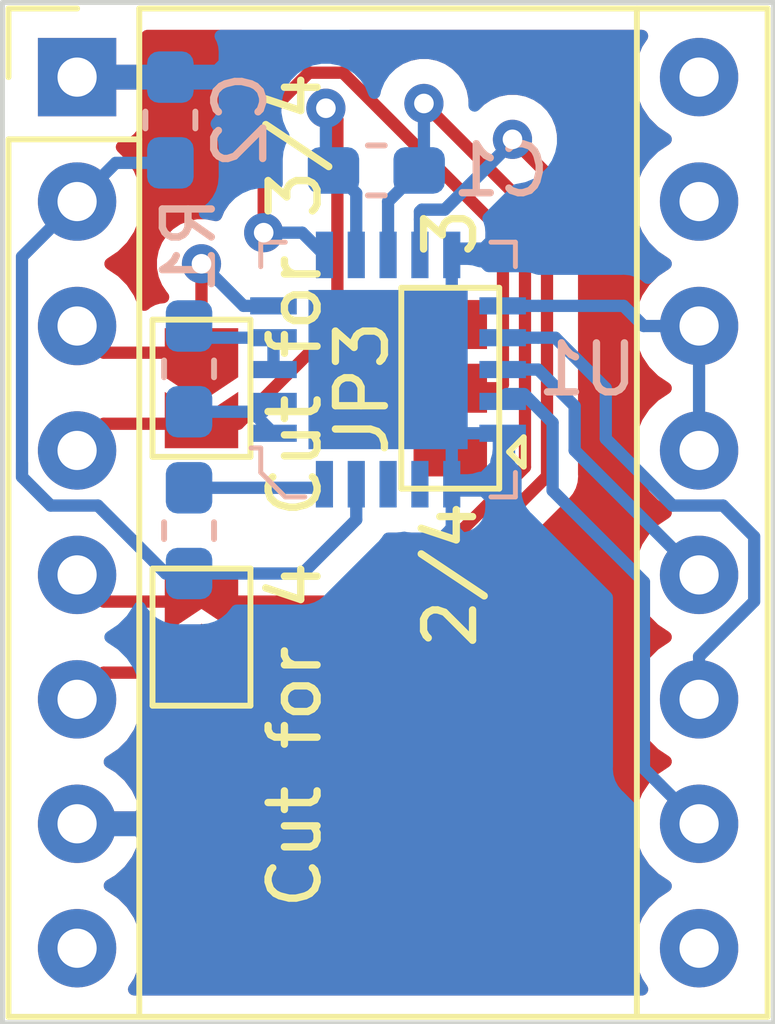
<source format=kicad_pcb>
(kicad_pcb (version 20171130) (host pcbnew "(5.1.5)-3")

  (general
    (thickness 1.6)
    (drawings 6)
    (tracks 110)
    (zones 0)
    (modules 9)
    (nets 21)
  )

  (page A4)
  (layers
    (0 F.Cu signal)
    (31 B.Cu signal)
    (32 B.Adhes user)
    (33 F.Adhes user)
    (34 B.Paste user)
    (35 F.Paste user)
    (36 B.SilkS user)
    (37 F.SilkS user)
    (38 B.Mask user)
    (39 F.Mask user)
    (40 Dwgs.User user)
    (41 Cmts.User user)
    (42 Eco1.User user)
    (43 Eco2.User user)
    (44 Edge.Cuts user)
    (45 Margin user)
    (46 B.CrtYd user)
    (47 F.CrtYd user)
    (48 B.Fab user hide)
    (49 F.Fab user hide)
  )

  (setup
    (last_trace_width 0.25)
    (trace_clearance 0.2)
    (zone_clearance 0.508)
    (zone_45_only no)
    (trace_min 0.2)
    (via_size 0.8)
    (via_drill 0.4)
    (via_min_size 0.4)
    (via_min_drill 0.3)
    (uvia_size 0.3)
    (uvia_drill 0.1)
    (uvias_allowed no)
    (uvia_min_size 0.2)
    (uvia_min_drill 0.1)
    (edge_width 0.05)
    (segment_width 0.2)
    (pcb_text_width 0.3)
    (pcb_text_size 1.5 1.5)
    (mod_edge_width 0.12)
    (mod_text_size 1 1)
    (mod_text_width 0.15)
    (pad_size 1.524 1.524)
    (pad_drill 0.762)
    (pad_to_mask_clearance 0.051)
    (solder_mask_min_width 0.25)
    (aux_axis_origin 0 0)
    (visible_elements 7FFFFFFF)
    (pcbplotparams
      (layerselection 0x010fc_ffffffff)
      (usegerberextensions false)
      (usegerberattributes false)
      (usegerberadvancedattributes false)
      (creategerberjobfile false)
      (excludeedgelayer true)
      (linewidth 0.100000)
      (plotframeref false)
      (viasonmask false)
      (mode 1)
      (useauxorigin false)
      (hpglpennumber 1)
      (hpglpenspeed 20)
      (hpglpendiameter 15.000000)
      (psnegative false)
      (psa4output false)
      (plotreference true)
      (plotvalue true)
      (plotinvisibletext false)
      (padsonsilk false)
      (subtractmaskfromsilk false)
      (outputformat 1)
      (mirror false)
      (drillshape 1)
      (scaleselection 1)
      (outputdirectory ""))
  )

  (net 0 "")
  (net 1 "Net-(A1-Pad16)")
  (net 2 "Net-(A1-Pad8)")
  (net 3 "Net-(A1-Pad15)")
  (net 4 "Net-(A1-Pad9)")
  (net 5 GND)
  (net 6 /MISO)
  (net 7 /CS)
  (net 8 /SCK)
  (net 9 /MOSI)
  (net 10 +3V3)
  (net 11 "Net-(U1-Pad18)")
  (net 12 "Net-(U1-Pad17)")
  (net 13 /BIAS)
  (net 14 "Net-(R1-Pad1)")
  (net 15 /FORCE+)
  (net 16 /FORCE-)
  (net 17 /RTDIN-)
  (net 18 /RTDIN+)
  (net 19 /FORCE2)
  (net 20 "Net-(FB1-Pad2)")

  (net_class Default "This is the default net class."
    (clearance 0.2)
    (trace_width 0.25)
    (via_dia 0.8)
    (via_drill 0.4)
    (uvia_dia 0.3)
    (uvia_drill 0.1)
    (add_net +3V3)
    (add_net /BIAS)
    (add_net /CS)
    (add_net /FORCE+)
    (add_net /FORCE-)
    (add_net /FORCE2)
    (add_net /MISO)
    (add_net /MOSI)
    (add_net /RTDIN+)
    (add_net /RTDIN-)
    (add_net /SCK)
    (add_net GND)
    (add_net "Net-(A1-Pad15)")
    (add_net "Net-(A1-Pad16)")
    (add_net "Net-(A1-Pad8)")
    (add_net "Net-(A1-Pad9)")
    (add_net "Net-(FB1-Pad2)")
    (add_net "Net-(R1-Pad1)")
    (add_net "Net-(U1-Pad17)")
    (add_net "Net-(U1-Pad18)")
  )

  (module Inductor_SMD:L_0603_1608Metric_Pad1.05x0.95mm_HandSolder (layer B.Cu) (tedit 5B301BBE) (tstamp 5EBB01D2)
    (at 144.526 80.377 90)
    (descr "Capacitor SMD 0603 (1608 Metric), square (rectangular) end terminal, IPC_7351 nominal with elongated pad for handsoldering. (Body size source: http://www.tortai-tech.com/upload/download/2011102023233369053.pdf), generated with kicad-footprint-generator")
    (tags "inductor handsolder")
    (path /5EC32E91)
    (attr smd)
    (fp_text reference FB1 (at 0 1.43 90) (layer B.Fab)
      (effects (font (size 1 1) (thickness 0.15)) (justify mirror))
    )
    (fp_text value Ferrite_Bead_Small (at 0 -1.43 90) (layer B.Fab)
      (effects (font (size 1 1) (thickness 0.15)) (justify mirror))
    )
    (fp_text user %R (at 0 0 90) (layer B.Fab)
      (effects (font (size 0.4 0.4) (thickness 0.06)) (justify mirror))
    )
    (fp_line (start 1.65 -0.73) (end -1.65 -0.73) (layer B.CrtYd) (width 0.05))
    (fp_line (start 1.65 0.73) (end 1.65 -0.73) (layer B.CrtYd) (width 0.05))
    (fp_line (start -1.65 0.73) (end 1.65 0.73) (layer B.CrtYd) (width 0.05))
    (fp_line (start -1.65 -0.73) (end -1.65 0.73) (layer B.CrtYd) (width 0.05))
    (fp_line (start -0.171267 -0.51) (end 0.171267 -0.51) (layer B.SilkS) (width 0.12))
    (fp_line (start -0.171267 0.51) (end 0.171267 0.51) (layer B.SilkS) (width 0.12))
    (fp_line (start 0.8 -0.4) (end -0.8 -0.4) (layer B.Fab) (width 0.1))
    (fp_line (start 0.8 0.4) (end 0.8 -0.4) (layer B.Fab) (width 0.1))
    (fp_line (start -0.8 0.4) (end 0.8 0.4) (layer B.Fab) (width 0.1))
    (fp_line (start -0.8 -0.4) (end -0.8 0.4) (layer B.Fab) (width 0.1))
    (pad 2 smd roundrect (at 0.875 0 90) (size 1.05 0.95) (layers B.Cu B.Paste B.Mask) (roundrect_rratio 0.25)
      (net 20 "Net-(FB1-Pad2)"))
    (pad 1 smd roundrect (at -0.875 0 90) (size 1.05 0.95) (layers B.Cu B.Paste B.Mask) (roundrect_rratio 0.25)
      (net 10 +3V3))
    (model ${KISYS3DMOD}/Inductor_SMD.3dshapes/L_0603_1608Metric.wrl
      (at (xyz 0 0 0))
      (scale (xyz 1 1 1))
      (rotate (xyz 0 0 0))
    )
  )

  (module Capacitor_SMD:C_0603_1608Metric_Pad1.05x0.95mm_HandSolder (layer B.Cu) (tedit 5B301BBE) (tstamp 5EBB01C1)
    (at 144.145 71.995 90)
    (descr "Capacitor SMD 0603 (1608 Metric), square (rectangular) end terminal, IPC_7351 nominal with elongated pad for handsoldering. (Body size source: http://www.tortai-tech.com/upload/download/2011102023233369053.pdf), generated with kicad-footprint-generator")
    (tags "capacitor handsolder")
    (path /5EC2A459)
    (attr smd)
    (fp_text reference C2 (at 0 1.43 270) (layer B.SilkS)
      (effects (font (size 1 1) (thickness 0.15)) (justify mirror))
    )
    (fp_text value 0.1uF (at 0 -1.43 270) (layer B.Fab)
      (effects (font (size 1 1) (thickness 0.15)) (justify mirror))
    )
    (fp_text user %R (at 0 0 270) (layer B.Fab)
      (effects (font (size 0.4 0.4) (thickness 0.06)) (justify mirror))
    )
    (fp_line (start 1.65 -0.73) (end -1.65 -0.73) (layer B.CrtYd) (width 0.05))
    (fp_line (start 1.65 0.73) (end 1.65 -0.73) (layer B.CrtYd) (width 0.05))
    (fp_line (start -1.65 0.73) (end 1.65 0.73) (layer B.CrtYd) (width 0.05))
    (fp_line (start -1.65 -0.73) (end -1.65 0.73) (layer B.CrtYd) (width 0.05))
    (fp_line (start -0.171267 -0.51) (end 0.171267 -0.51) (layer B.SilkS) (width 0.12))
    (fp_line (start -0.171267 0.51) (end 0.171267 0.51) (layer B.SilkS) (width 0.12))
    (fp_line (start 0.8 -0.4) (end -0.8 -0.4) (layer B.Fab) (width 0.1))
    (fp_line (start 0.8 0.4) (end 0.8 -0.4) (layer B.Fab) (width 0.1))
    (fp_line (start -0.8 0.4) (end 0.8 0.4) (layer B.Fab) (width 0.1))
    (fp_line (start -0.8 -0.4) (end -0.8 0.4) (layer B.Fab) (width 0.1))
    (pad 2 smd roundrect (at 0.875 0 90) (size 1.05 0.95) (layers B.Cu B.Paste B.Mask) (roundrect_rratio 0.25)
      (net 5 GND))
    (pad 1 smd roundrect (at -0.875 0 90) (size 1.05 0.95) (layers B.Cu B.Paste B.Mask) (roundrect_rratio 0.25)
      (net 10 +3V3))
    (model ${KISYS3DMOD}/Capacitor_SMD.3dshapes/C_0603_1608Metric.wrl
      (at (xyz 0 0 0))
      (scale (xyz 1 1 1))
      (rotate (xyz 0 0 0))
    )
  )

  (module Jumper:SolderJumper-3_P1.3mm_Bridged12_Pad1.0x1.5mm (layer F.Cu) (tedit 5C756B4C) (tstamp 5EBAF52D)
    (at 149.86 77.47 90)
    (descr "SMD Solder 3-pad Jumper, 1x1.5mm Pads, 0.3mm gap, pads 1-2 bridged with 1 copper strip")
    (tags "solder jumper open")
    (path /5EBB1790)
    (attr virtual)
    (fp_text reference JP3 (at 0 -1.8 90) (layer F.SilkS)
      (effects (font (size 1 1) (thickness 0.15)))
    )
    (fp_text value SolderJumper_3_Bridged12 (at 0 2 90) (layer F.Fab) hide
      (effects (font (size 1 1) (thickness 0.15)))
    )
    (fp_poly (pts (xy -0.9 -0.3) (xy -0.4 -0.3) (xy -0.4 0.3) (xy -0.9 0.3)) (layer F.Cu) (width 0))
    (fp_line (start 2.3 1.25) (end -2.3 1.25) (layer F.CrtYd) (width 0.05))
    (fp_line (start 2.3 1.25) (end 2.3 -1.25) (layer F.CrtYd) (width 0.05))
    (fp_line (start -2.3 -1.25) (end -2.3 1.25) (layer F.CrtYd) (width 0.05))
    (fp_line (start -2.3 -1.25) (end 2.3 -1.25) (layer F.CrtYd) (width 0.05))
    (fp_line (start -2.05 -1) (end 2.05 -1) (layer F.SilkS) (width 0.12))
    (fp_line (start 2.05 -1) (end 2.05 1) (layer F.SilkS) (width 0.12))
    (fp_line (start 2.05 1) (end -2.05 1) (layer F.SilkS) (width 0.12))
    (fp_line (start -2.05 1) (end -2.05 -1) (layer F.SilkS) (width 0.12))
    (fp_line (start -1.3 1.2) (end -1.6 1.5) (layer F.SilkS) (width 0.12))
    (fp_line (start -1.6 1.5) (end -1 1.5) (layer F.SilkS) (width 0.12))
    (fp_line (start -1.3 1.2) (end -1 1.5) (layer F.SilkS) (width 0.12))
    (pad 2 smd rect (at 0 0 90) (size 1 1.5) (layers F.Cu F.Mask)
      (net 19 /FORCE2))
    (pad 3 smd rect (at 1.3 0 90) (size 1 1.5) (layers F.Cu F.Mask)
      (net 18 /RTDIN+))
    (pad 1 smd rect (at -1.3 0 90) (size 1 1.5) (layers F.Cu F.Mask)
      (net 5 GND))
  )

  (module Jumper:SolderJumper-2_P1.3mm_Open_TrianglePad1.0x1.5mm (layer F.Cu) (tedit 5A64794F) (tstamp 5EBAE2EF)
    (at 144.78 77.47 270)
    (descr "SMD Solder Jumper, 1x1.5mm Triangular Pads, 0.3mm gap, open")
    (tags "solder jumper open")
    (path /5EBB06B7)
    (attr virtual)
    (fp_text reference JP2 (at 0 -1.8 90) (layer F.Fab) hide
      (effects (font (size 1 1) (thickness 0.15)))
    )
    (fp_text value "Cut for 3/4" (at -1.905 -1.905 90) (layer F.SilkS)
      (effects (font (size 1 1) (thickness 0.15)))
    )
    (fp_line (start 1.65 1.25) (end -1.65 1.25) (layer F.CrtYd) (width 0.05))
    (fp_line (start 1.65 1.25) (end 1.65 -1.25) (layer F.CrtYd) (width 0.05))
    (fp_line (start -1.65 -1.25) (end -1.65 1.25) (layer F.CrtYd) (width 0.05))
    (fp_line (start -1.65 -1.25) (end 1.65 -1.25) (layer F.CrtYd) (width 0.05))
    (fp_line (start -1.4 -1) (end 1.4 -1) (layer F.SilkS) (width 0.12))
    (fp_line (start 1.4 -1) (end 1.4 1) (layer F.SilkS) (width 0.12))
    (fp_line (start 1.4 1) (end -1.4 1) (layer F.SilkS) (width 0.12))
    (fp_line (start -1.4 1) (end -1.4 -1) (layer F.SilkS) (width 0.12))
    (pad 1 smd custom (at -0.725 0 270) (size 0.3 0.3) (layers F.Cu F.Mask)
      (net 15 /FORCE+) (zone_connect 2)
      (options (clearance outline) (anchor rect))
      (primitives
        (gr_poly (pts
           (xy -0.5 -0.75) (xy 0.5 -0.75) (xy 1 0) (xy 0.5 0.75) (xy -0.5 0.75)
) (width 0))
      ))
    (pad 2 smd custom (at 0.725 0 270) (size 0.3 0.3) (layers F.Cu F.Mask)
      (net 18 /RTDIN+) (zone_connect 2)
      (options (clearance outline) (anchor rect))
      (primitives
        (gr_poly (pts
           (xy -0.65 -0.75) (xy 0.5 -0.75) (xy 0.5 0.75) (xy -0.65 0.75) (xy -0.15 0)
) (width 0))
      ))
  )

  (module Jumper:SolderJumper-2_P1.3mm_Open_TrianglePad1.0x1.5mm (layer F.Cu) (tedit 5A64794F) (tstamp 5EBAEBED)
    (at 144.78 82.55 90)
    (descr "SMD Solder Jumper, 1x1.5mm Triangular Pads, 0.3mm gap, open")
    (tags "solder jumper open")
    (path /5EBAE765)
    (attr virtual)
    (fp_text reference JP1 (at 0 -1.8 90) (layer F.Fab) hide
      (effects (font (size 1 1) (thickness 0.15)))
    )
    (fp_text value "Cut for 4" (at -1.995 1.905 90) (layer F.SilkS)
      (effects (font (size 1 1) (thickness 0.15)))
    )
    (fp_line (start 1.65 1.25) (end -1.65 1.25) (layer F.CrtYd) (width 0.05))
    (fp_line (start 1.65 1.25) (end 1.65 -1.25) (layer F.CrtYd) (width 0.05))
    (fp_line (start -1.65 -1.25) (end -1.65 1.25) (layer F.CrtYd) (width 0.05))
    (fp_line (start -1.65 -1.25) (end 1.65 -1.25) (layer F.CrtYd) (width 0.05))
    (fp_line (start -1.4 -1) (end 1.4 -1) (layer F.SilkS) (width 0.12))
    (fp_line (start 1.4 -1) (end 1.4 1) (layer F.SilkS) (width 0.12))
    (fp_line (start 1.4 1) (end -1.4 1) (layer F.SilkS) (width 0.12))
    (fp_line (start -1.4 1) (end -1.4 -1) (layer F.SilkS) (width 0.12))
    (pad 1 smd custom (at -0.725 0 90) (size 0.3 0.3) (layers F.Cu F.Mask)
      (net 16 /FORCE-) (zone_connect 2)
      (options (clearance outline) (anchor rect))
      (primitives
        (gr_poly (pts
           (xy -0.5 -0.75) (xy 0.5 -0.75) (xy 1 0) (xy 0.5 0.75) (xy -0.5 0.75)
) (width 0))
      ))
    (pad 2 smd custom (at 0.725 0 90) (size 0.3 0.3) (layers F.Cu F.Mask)
      (net 17 /RTDIN-) (zone_connect 2)
      (options (clearance outline) (anchor rect))
      (primitives
        (gr_poly (pts
           (xy -0.65 -0.75) (xy 0.5 -0.75) (xy 0.5 0.75) (xy -0.65 0.75) (xy -0.15 0)
) (width 0))
      ))
  )

  (module Capacitor_SMD:C_0603_1608Metric_Pad1.05x0.95mm_HandSolder (layer B.Cu) (tedit 5B301BBE) (tstamp 5EBAED09)
    (at 148.35 73.025)
    (descr "Capacitor SMD 0603 (1608 Metric), square (rectangular) end terminal, IPC_7351 nominal with elongated pad for handsoldering. (Body size source: http://www.tortai-tech.com/upload/download/2011102023233369053.pdf), generated with kicad-footprint-generator")
    (tags "capacitor handsolder")
    (path /5EBB292B)
    (attr smd)
    (fp_text reference C1 (at 2.54 0) (layer B.SilkS)
      (effects (font (size 1 1) (thickness 0.15)) (justify mirror))
    )
    (fp_text value 0.1uF (at 0 -1.43) (layer B.Fab)
      (effects (font (size 1 1) (thickness 0.15)) (justify mirror))
    )
    (fp_text user %R (at 0 0) (layer B.Fab)
      (effects (font (size 0.4 0.4) (thickness 0.06)) (justify mirror))
    )
    (fp_line (start 1.65 -0.73) (end -1.65 -0.73) (layer B.CrtYd) (width 0.05))
    (fp_line (start 1.65 0.73) (end 1.65 -0.73) (layer B.CrtYd) (width 0.05))
    (fp_line (start -1.65 0.73) (end 1.65 0.73) (layer B.CrtYd) (width 0.05))
    (fp_line (start -1.65 -0.73) (end -1.65 0.73) (layer B.CrtYd) (width 0.05))
    (fp_line (start -0.171267 -0.51) (end 0.171267 -0.51) (layer B.SilkS) (width 0.12))
    (fp_line (start -0.171267 0.51) (end 0.171267 0.51) (layer B.SilkS) (width 0.12))
    (fp_line (start 0.8 -0.4) (end -0.8 -0.4) (layer B.Fab) (width 0.1))
    (fp_line (start 0.8 0.4) (end 0.8 -0.4) (layer B.Fab) (width 0.1))
    (fp_line (start -0.8 0.4) (end 0.8 0.4) (layer B.Fab) (width 0.1))
    (fp_line (start -0.8 -0.4) (end -0.8 0.4) (layer B.Fab) (width 0.1))
    (pad 2 smd roundrect (at 0.875 0) (size 1.05 0.95) (layers B.Cu B.Paste B.Mask) (roundrect_rratio 0.25)
      (net 17 /RTDIN-))
    (pad 1 smd roundrect (at -0.875 0) (size 1.05 0.95) (layers B.Cu B.Paste B.Mask) (roundrect_rratio 0.25)
      (net 18 /RTDIN+))
    (model ${KISYS3DMOD}/Capacitor_SMD.3dshapes/C_0603_1608Metric.wrl
      (at (xyz 0 0 0))
      (scale (xyz 1 1 1))
      (rotate (xyz 0 0 0))
    )
  )

  (module Resistor_SMD:R_0603_1608Metric_Pad1.05x0.95mm_HandSolder (layer B.Cu) (tedit 5B301BBD) (tstamp 5EBAEB50)
    (at 144.526 77.075 270)
    (descr "Resistor SMD 0603 (1608 Metric), square (rectangular) end terminal, IPC_7351 nominal with elongated pad for handsoldering. (Body size source: http://www.tortai-tech.com/upload/download/2011102023233369053.pdf), generated with kicad-footprint-generator")
    (tags "resistor handsolder")
    (path /5EBADD3B)
    (attr smd)
    (fp_text reference R1 (at -2.526 0 90) (layer B.SilkS)
      (effects (font (size 1 1) (thickness 0.15)) (justify mirror))
    )
    (fp_text value 430 (at 3.189 0 90) (layer B.Fab)
      (effects (font (size 1 1) (thickness 0.15)) (justify mirror))
    )
    (fp_text user %R (at 0 0 90) (layer B.Fab)
      (effects (font (size 0.4 0.4) (thickness 0.06)) (justify mirror))
    )
    (fp_line (start 1.65 -0.73) (end -1.65 -0.73) (layer B.CrtYd) (width 0.05))
    (fp_line (start 1.65 0.73) (end 1.65 -0.73) (layer B.CrtYd) (width 0.05))
    (fp_line (start -1.65 0.73) (end 1.65 0.73) (layer B.CrtYd) (width 0.05))
    (fp_line (start -1.65 -0.73) (end -1.65 0.73) (layer B.CrtYd) (width 0.05))
    (fp_line (start -0.171267 -0.51) (end 0.171267 -0.51) (layer B.SilkS) (width 0.12))
    (fp_line (start -0.171267 0.51) (end 0.171267 0.51) (layer B.SilkS) (width 0.12))
    (fp_line (start 0.8 -0.4) (end -0.8 -0.4) (layer B.Fab) (width 0.1))
    (fp_line (start 0.8 0.4) (end 0.8 -0.4) (layer B.Fab) (width 0.1))
    (fp_line (start -0.8 0.4) (end 0.8 0.4) (layer B.Fab) (width 0.1))
    (fp_line (start -0.8 -0.4) (end -0.8 0.4) (layer B.Fab) (width 0.1))
    (pad 2 smd roundrect (at 0.875 0 270) (size 1.05 0.95) (layers B.Cu B.Paste B.Mask) (roundrect_rratio 0.25)
      (net 13 /BIAS))
    (pad 1 smd roundrect (at -0.875 0 270) (size 1.05 0.95) (layers B.Cu B.Paste B.Mask) (roundrect_rratio 0.25)
      (net 14 "Net-(R1-Pad1)"))
    (model ${KISYS3DMOD}/Resistor_SMD.3dshapes/R_0603_1608Metric.wrl
      (at (xyz 0 0 0))
      (scale (xyz 1 1 1))
      (rotate (xyz 0 0 0))
    )
  )

  (module digikey-footprints:TQFN-20-1EP_5x5mm (layer B.Cu) (tedit 5D28AA4E) (tstamp 5EBAF105)
    (at 148.59 77.089)
    (path /5EBA27E8)
    (attr smd)
    (fp_text reference U1 (at 4.064 0) (layer B.SilkS)
      (effects (font (size 1 1) (thickness 0.15)) (justify mirror))
    )
    (fp_text value MAX31865ATP_ (at -3.683 0.254 90) (layer B.Fab) hide
      (effects (font (size 1 1) (thickness 0.15)) (justify mirror))
    )
    (fp_line (start 2.5 2.5) (end 2.5 -2.5) (layer B.Fab) (width 0.1))
    (fp_line (start -2.5 -2.5) (end 2.5 -2.5) (layer B.Fab) (width 0.1))
    (fp_line (start -2 2.5) (end -2.5 2) (layer B.Fab) (width 0.1))
    (fp_line (start -2 2.5) (end 2.5 2.5) (layer B.Fab) (width 0.1))
    (fp_line (start -2.5 2) (end -2.5 -2.5) (layer B.Fab) (width 0.1))
    (fp_line (start -2.6 -2.6) (end -2.6 -2.1) (layer B.SilkS) (width 0.1))
    (fp_line (start -2.6 -2.6) (end -2.1 -2.6) (layer B.SilkS) (width 0.1))
    (fp_line (start 2.6 -2.6) (end 2.6 -2.1) (layer B.SilkS) (width 0.1))
    (fp_line (start 2.6 -2.6) (end 2.1 -2.6) (layer B.SilkS) (width 0.1))
    (fp_line (start 2.6 2.6) (end 2.1 2.6) (layer B.SilkS) (width 0.1))
    (fp_line (start 2.6 2.6) (end 2.6 2.1) (layer B.SilkS) (width 0.1))
    (fp_line (start -2.6 1.6) (end -2.8 1.6) (layer B.SilkS) (width 0.1))
    (fp_line (start -2.6 2.1) (end -2.6 1.6) (layer B.SilkS) (width 0.1))
    (fp_line (start -2.1 2.6) (end -2.6 2.1) (layer B.SilkS) (width 0.1))
    (fp_line (start -1.7 2.6) (end -2.1 2.6) (layer B.SilkS) (width 0.1))
    (fp_line (start 3.07 -3.07) (end 3.07 3.07) (layer B.CrtYd) (width 0.05))
    (fp_line (start 3.07 3.07) (end -3.07 3.07) (layer B.CrtYd) (width 0.05))
    (fp_line (start 3.07 -3.07) (end -3.07 -3.07) (layer B.CrtYd) (width 0.05))
    (fp_line (start -3.07 -3.07) (end -3.07 3.07) (layer B.CrtYd) (width 0.05))
    (pad 21 smd rect (at 0 0) (size 3.25 3.25) (layers B.Cu B.Paste B.Mask)
      (net 5 GND))
    (pad 20 smd rect (at -1.3 2.34) (size 0.35 0.95) (layers B.Cu B.Paste B.Mask)
      (net 20 "Net-(FB1-Pad2)"))
    (pad 19 smd rect (at -0.65 2.34) (size 0.35 0.95) (layers B.Cu B.Paste B.Mask)
      (net 10 +3V3))
    (pad 18 smd rect (at 0 2.34) (size 0.35 0.95) (layers B.Cu B.Paste B.Mask)
      (net 11 "Net-(U1-Pad18)"))
    (pad 17 smd rect (at 0.65 2.34) (size 0.35 0.95) (layers B.Cu B.Paste B.Mask)
      (net 12 "Net-(U1-Pad17)"))
    (pad 16 smd rect (at 1.3 2.34) (size 0.35 0.95) (layers B.Cu B.Paste B.Mask)
      (net 5 GND))
    (pad 15 smd rect (at 2.34 1.3) (size 0.95 0.35) (layers B.Cu B.Paste B.Mask)
      (net 5 GND))
    (pad 14 smd rect (at 2.34 0.65) (size 0.95 0.35) (layers B.Cu B.Paste B.Mask)
      (net 9 /MOSI))
    (pad 13 smd rect (at 2.34 0) (size 0.95 0.35) (layers B.Cu B.Paste B.Mask)
      (net 7 /CS))
    (pad 12 smd rect (at 2.34 -0.65) (size 0.95 0.35) (layers B.Cu B.Paste B.Mask)
      (net 8 /SCK))
    (pad 11 smd rect (at 2.34 -1.3) (size 0.95 0.35) (layers B.Cu B.Paste B.Mask)
      (net 6 /MISO))
    (pad 10 smd rect (at 1.3 -2.34) (size 0.35 0.95) (layers B.Cu B.Paste B.Mask)
      (net 5 GND))
    (pad 9 smd rect (at 0.65 -2.34) (size 0.35 0.95) (layers B.Cu B.Paste B.Mask)
      (net 16 /FORCE-))
    (pad 8 smd rect (at 0 -2.34) (size 0.35 0.95) (layers B.Cu B.Paste B.Mask)
      (net 17 /RTDIN-))
    (pad 7 smd rect (at -0.65 -2.34) (size 0.35 0.95) (layers B.Cu B.Paste B.Mask)
      (net 18 /RTDIN+))
    (pad 5 smd rect (at -2.34 -1.3) (size 0.95 0.35) (layers B.Cu B.Paste B.Mask)
      (net 15 /FORCE+))
    (pad 4 smd rect (at -2.34 -0.65) (size 0.95 0.35) (layers B.Cu B.Paste B.Mask)
      (net 14 "Net-(R1-Pad1)"))
    (pad 3 smd rect (at -2.34 0) (size 0.95 0.35) (layers B.Cu B.Paste B.Mask)
      (net 14 "Net-(R1-Pad1)"))
    (pad 2 smd rect (at -2.34 0.65) (size 0.95 0.35) (layers B.Cu B.Paste B.Mask)
      (net 13 /BIAS))
    (pad 1 smd rect (at -2.34 1.3) (size 0.95 0.35) (layers B.Cu B.Paste B.Mask)
      (net 13 /BIAS))
    (pad 6 smd rect (at -1.3 -2.34) (size 0.35 0.95) (layers B.Cu B.Paste B.Mask)
      (net 19 /FORCE2))
  )

  (module Module:Pololu_Breakout-16_15.2x20.3mm (layer F.Cu) (tedit 58AB602C) (tstamp 5EBAF63B)
    (at 142.24 71.12)
    (descr "Pololu Breakout 16-pin 15.2x20.3mm 0.6x0.8\\")
    (tags "Pololu Breakout")
    (path /5EB9E565)
    (fp_text reference A1 (at 6.35 -2.54) (layer F.Fab) hide
      (effects (font (size 1 1) (thickness 0.15)))
    )
    (fp_text value Pololu_Breakout_A4988 (at 6.35 20.17) (layer F.Fab) hide
      (effects (font (size 1 1) (thickness 0.15)))
    )
    (fp_line (start 14.21 19.3) (end -1.53 19.3) (layer F.CrtYd) (width 0.05))
    (fp_line (start 14.21 19.3) (end 14.21 -1.52) (layer F.CrtYd) (width 0.05))
    (fp_line (start -1.53 -1.52) (end -1.53 19.3) (layer F.CrtYd) (width 0.05))
    (fp_line (start -1.53 -1.52) (end 14.21 -1.52) (layer F.CrtYd) (width 0.05))
    (fp_line (start -1.27 19.05) (end -1.27 0) (layer F.Fab) (width 0.1))
    (fp_line (start 13.97 19.05) (end -1.27 19.05) (layer F.Fab) (width 0.1))
    (fp_line (start 13.97 -1.27) (end 13.97 19.05) (layer F.Fab) (width 0.1))
    (fp_line (start 0 -1.27) (end 13.97 -1.27) (layer F.Fab) (width 0.1))
    (fp_line (start -1.27 0) (end 0 -1.27) (layer F.Fab) (width 0.1))
    (fp_line (start 14.1 -1.4) (end 1.27 -1.4) (layer F.SilkS) (width 0.12))
    (fp_line (start 14.1 19.18) (end 14.1 -1.4) (layer F.SilkS) (width 0.12))
    (fp_line (start -1.4 19.18) (end 14.1 19.18) (layer F.SilkS) (width 0.12))
    (fp_line (start -1.4 1.27) (end -1.4 19.18) (layer F.SilkS) (width 0.12))
    (fp_line (start 1.27 1.27) (end -1.4 1.27) (layer F.SilkS) (width 0.12))
    (fp_line (start 1.27 -1.4) (end 1.27 1.27) (layer F.SilkS) (width 0.12))
    (fp_line (start -1.4 -1.4) (end -1.4 0) (layer F.SilkS) (width 0.12))
    (fp_line (start 0 -1.4) (end -1.4 -1.4) (layer F.SilkS) (width 0.12))
    (fp_line (start 1.27 1.27) (end 1.27 19.18) (layer F.SilkS) (width 0.12))
    (fp_line (start 11.43 -1.4) (end 11.43 19.18) (layer F.SilkS) (width 0.12))
    (fp_text user %R (at 6.35 0) (layer F.Fab) hide
      (effects (font (size 1 1) (thickness 0.15)))
    )
    (pad 16 thru_hole oval (at 12.7 0) (size 1.6 1.6) (drill 0.8) (layers *.Cu *.Mask)
      (net 1 "Net-(A1-Pad16)"))
    (pad 8 thru_hole oval (at 0 17.78) (size 1.6 1.6) (drill 0.8) (layers *.Cu *.Mask)
      (net 2 "Net-(A1-Pad8)"))
    (pad 15 thru_hole oval (at 12.7 2.54) (size 1.6 1.6) (drill 0.8) (layers *.Cu *.Mask)
      (net 3 "Net-(A1-Pad15)"))
    (pad 7 thru_hole oval (at 0 15.24) (size 1.6 1.6) (drill 0.8) (layers *.Cu *.Mask)
      (net 5 GND))
    (pad 14 thru_hole oval (at 12.7 5.08) (size 1.6 1.6) (drill 0.8) (layers *.Cu *.Mask)
      (net 6 /MISO))
    (pad 6 thru_hole oval (at 0 12.7) (size 1.6 1.6) (drill 0.8) (layers *.Cu *.Mask)
      (net 16 /FORCE-))
    (pad 13 thru_hole oval (at 12.7 7.62) (size 1.6 1.6) (drill 0.8) (layers *.Cu *.Mask)
      (net 6 /MISO))
    (pad 5 thru_hole oval (at 0 10.16) (size 1.6 1.6) (drill 0.8) (layers *.Cu *.Mask)
      (net 17 /RTDIN-))
    (pad 12 thru_hole oval (at 12.7 10.16) (size 1.6 1.6) (drill 0.8) (layers *.Cu *.Mask)
      (net 7 /CS))
    (pad 4 thru_hole oval (at 0 7.62) (size 1.6 1.6) (drill 0.8) (layers *.Cu *.Mask)
      (net 18 /RTDIN+))
    (pad 11 thru_hole oval (at 12.7 12.7) (size 1.6 1.6) (drill 0.8) (layers *.Cu *.Mask)
      (net 8 /SCK))
    (pad 3 thru_hole oval (at 0 5.08) (size 1.6 1.6) (drill 0.8) (layers *.Cu *.Mask)
      (net 15 /FORCE+))
    (pad 10 thru_hole oval (at 12.7 15.24) (size 1.6 1.6) (drill 0.8) (layers *.Cu *.Mask)
      (net 9 /MOSI))
    (pad 2 thru_hole oval (at 0 2.54) (size 1.6 1.6) (drill 0.8) (layers *.Cu *.Mask)
      (net 10 +3V3))
    (pad 9 thru_hole oval (at 12.7 17.78) (size 1.6 1.6) (drill 0.8) (layers *.Cu *.Mask)
      (net 4 "Net-(A1-Pad9)"))
    (pad 1 thru_hole rect (at 0 0) (size 1.6 1.6) (drill 0.8) (layers *.Cu *.Mask)
      (net 5 GND))
    (model ${KISYS3DMOD}/Module.3dshapes/Pololu_Breakout-16_15.2x20.3mm.wrl
      (at (xyz 0 0 0))
      (scale (xyz 1 1 1))
      (rotate (xyz 0 0 0))
    )
  )

  (gr_text 2/4 (at 149.86 81.28 90) (layer F.SilkS) (tstamp 5EBAF231)
    (effects (font (size 1 1) (thickness 0.15)))
  )
  (gr_text 3 (at 149.86 74.295 90) (layer F.SilkS)
    (effects (font (size 1 1) (thickness 0.15)))
  )
  (gr_line (start 156.464 69.596) (end 156.464 90.424) (layer Edge.Cuts) (width 0.1))
  (gr_line (start 140.716 69.596) (end 156.464 69.596) (layer Edge.Cuts) (width 0.1))
  (gr_line (start 140.716 90.424) (end 140.716 69.596) (layer Edge.Cuts) (width 0.1))
  (gr_line (start 156.464 90.424) (end 140.716 90.424) (layer Edge.Cuts) (width 0.1))

  (segment (start 149.89 75.789) (end 148.59 77.089) (width 0.25) (layer B.Cu) (net 5))
  (segment (start 149.89 74.749) (end 149.89 75.789) (width 0.25) (layer B.Cu) (net 5))
  (segment (start 149.89 79.429) (end 149.89 78.389) (width 0.25) (layer B.Cu) (net 5))
  (segment (start 149.89 78.389) (end 148.59 77.089) (width 0.25) (layer B.Cu) (net 5))
  (segment (start 150.93 78.389) (end 149.89 78.389) (width 0.25) (layer B.Cu) (net 5))
  (segment (start 149.89 79.429) (end 149.89 81.25) (width 0.25) (layer B.Cu) (net 5))
  (segment (start 149.89 81.25) (end 149.86 81.28) (width 0.25) (layer B.Cu) (net 5))
  (segment (start 151.655 75.789) (end 150.93 75.789) (width 0.25) (layer B.Cu) (net 6))
  (segment (start 153.39763 75.789) (end 151.655 75.789) (width 0.25) (layer B.Cu) (net 6))
  (segment (start 153.80863 76.2) (end 153.39763 75.789) (width 0.25) (layer B.Cu) (net 6))
  (segment (start 154.94 76.2) (end 153.80863 76.2) (width 0.25) (layer B.Cu) (net 6))
  (segment (start 154.94 78.74) (end 154.94 76.2) (width 0.25) (layer B.Cu) (net 6))
  (segment (start 154.94 81.28) (end 152.399295 78.739295) (width 0.25) (layer B.Cu) (net 7))
  (segment (start 151.655 77.089) (end 150.93 77.089) (width 0.25) (layer B.Cu) (net 7))
  (segment (start 152.399295 77.833295) (end 151.655 77.089) (width 0.25) (layer B.Cu) (net 7))
  (segment (start 152.399295 78.739295) (end 152.399295 77.833295) (width 0.25) (layer B.Cu) (net 7))
  (segment (start 154.94 82.945002) (end 156.065001 81.820001) (width 0.25) (layer B.Cu) (net 8))
  (segment (start 154.94 83.82) (end 154.94 82.945002) (width 0.25) (layer B.Cu) (net 8))
  (segment (start 154.399999 79.865001) (end 153.035 78.500002) (width 0.25) (layer B.Cu) (net 8))
  (segment (start 156.065001 81.820001) (end 156.065001 80.500001) (width 0.25) (layer B.Cu) (net 8))
  (segment (start 156.065001 80.500001) (end 155.430001 79.865001) (width 0.25) (layer B.Cu) (net 8))
  (segment (start 155.430001 79.865001) (end 154.399999 79.865001) (width 0.25) (layer B.Cu) (net 8))
  (segment (start 151.655 76.439) (end 150.93 76.439) (width 0.25) (layer B.Cu) (net 8))
  (segment (start 152.004 76.439) (end 151.655 76.439) (width 0.25) (layer B.Cu) (net 8))
  (segment (start 153.035 77.47) (end 152.004 76.439) (width 0.25) (layer B.Cu) (net 8))
  (segment (start 153.035 78.500002) (end 153.035 77.47) (width 0.25) (layer B.Cu) (net 8))
  (segment (start 151.365003 77.589001) (end 151.949286 78.173284) (width 0.25) (layer B.Cu) (net 9))
  (segment (start 151.010999 77.589001) (end 151.365003 77.589001) (width 0.25) (layer B.Cu) (net 9))
  (segment (start 150.93 77.739) (end 150.93 77.67) (width 0.25) (layer B.Cu) (net 9))
  (segment (start 151.949286 78.173284) (end 151.949286 79.559286) (width 0.25) (layer B.Cu) (net 9))
  (segment (start 150.93 77.67) (end 151.010999 77.589001) (width 0.25) (layer B.Cu) (net 9))
  (segment (start 154.140001 85.560001) (end 154.94 86.36) (width 0.25) (layer B.Cu) (net 9))
  (segment (start 153.814999 85.234999) (end 154.140001 85.560001) (width 0.25) (layer B.Cu) (net 9))
  (segment (start 153.814999 81.424999) (end 153.814999 85.234999) (width 0.25) (layer B.Cu) (net 9))
  (segment (start 151.949286 79.559286) (end 153.814999 81.424999) (width 0.25) (layer B.Cu) (net 9))
  (segment (start 141.114999 74.785001) (end 141.114999 79.280001) (width 0.25) (layer B.Cu) (net 10))
  (segment (start 142.24 73.66) (end 141.114999 74.785001) (width 0.25) (layer B.Cu) (net 10))
  (segment (start 143.03 72.87) (end 142.24 73.66) (width 0.25) (layer B.Cu) (net 10))
  (segment (start 144.145 72.87) (end 143.03 72.87) (width 0.25) (layer B.Cu) (net 10))
  (segment (start 141.114999 79.280001) (end 141.114999 78.994) (width 0.25) (layer B.Cu) (net 10))
  (segment (start 144.051 81.252) (end 144.526 81.252) (width 0.25) (layer B.Cu) (net 10))
  (segment (start 141.699999 79.865001) (end 142.664001 79.865001) (width 0.25) (layer B.Cu) (net 10))
  (segment (start 142.664001 79.865001) (end 144.051 81.252) (width 0.25) (layer B.Cu) (net 10))
  (segment (start 141.114999 79.280001) (end 141.699999 79.865001) (width 0.25) (layer B.Cu) (net 10))
  (segment (start 147.94 80.154) (end 147.94 79.429) (width 0.25) (layer B.Cu) (net 10))
  (segment (start 146.842 81.252) (end 147.94 80.154) (width 0.25) (layer B.Cu) (net 10))
  (segment (start 144.526 81.252) (end 146.842 81.252) (width 0.25) (layer B.Cu) (net 10))
  (segment (start 145.811 77.95) (end 146.25 78.389) (width 0.25) (layer B.Cu) (net 13))
  (segment (start 144.526 77.95) (end 145.811 77.95) (width 0.25) (layer B.Cu) (net 13))
  (segment (start 146.039 77.95) (end 146.25 77.739) (width 0.25) (layer B.Cu) (net 13))
  (segment (start 145.811 77.95) (end 146.039 77.95) (width 0.25) (layer B.Cu) (net 13))
  (segment (start 144.765 76.439) (end 146.25 76.439) (width 0.25) (layer B.Cu) (net 14))
  (segment (start 144.526 76.2) (end 144.765 76.439) (width 0.25) (layer B.Cu) (net 14))
  (segment (start 146.25 77.089) (end 146.25 76.439) (width 0.25) (layer B.Cu) (net 14))
  (segment (start 142.785 76.745) (end 142.24 76.2) (width 0.25) (layer F.Cu) (net 15))
  (segment (start 144.78 76.745) (end 142.785 76.745) (width 0.25) (layer F.Cu) (net 15))
  (via (at 144.78 74.93) (size 0.8) (drill 0.4) (layers F.Cu B.Cu) (net 15))
  (segment (start 146.25 75.789) (end 145.639 75.789) (width 0.25) (layer B.Cu) (net 15))
  (segment (start 145.639 75.789) (end 144.78 74.93) (width 0.25) (layer B.Cu) (net 15))
  (segment (start 144.78 74.93) (end 144.78 76.745) (width 0.25) (layer F.Cu) (net 15))
  (segment (start 142.785 83.275) (end 142.24 83.82) (width 0.25) (layer F.Cu) (net 16))
  (segment (start 144.78 83.275) (end 142.785 83.275) (width 0.25) (layer F.Cu) (net 16))
  (segment (start 151.83502 73.09502) (end 151.13 72.39) (width 0.25) (layer F.Cu) (net 16))
  (segment (start 144.78 83.275) (end 147.826412 83.275) (width 0.25) (layer F.Cu) (net 16))
  (via (at 151.13 72.39) (size 0.8) (drill 0.4) (layers F.Cu B.Cu) (net 16))
  (segment (start 151.83502 79.266392) (end 151.83502 73.09502) (width 0.25) (layer F.Cu) (net 16))
  (segment (start 147.826412 83.275) (end 151.83502 79.266392) (width 0.25) (layer F.Cu) (net 16))
  (segment (start 149.24 74.024) (end 149.24 74.749) (width 0.25) (layer B.Cu) (net 16))
  (segment (start 149.24 73.864) (end 149.24 74.024) (width 0.25) (layer B.Cu) (net 16))
  (segment (start 149.27899 73.82501) (end 149.24 73.864) (width 0.25) (layer B.Cu) (net 16))
  (segment (start 149.7455 73.82501) (end 149.27899 73.82501) (width 0.25) (layer B.Cu) (net 16))
  (segment (start 151.13 72.44051) (end 149.7455 73.82501) (width 0.25) (layer B.Cu) (net 16))
  (segment (start 151.13 72.39) (end 151.13 72.44051) (width 0.25) (layer B.Cu) (net 16))
  (segment (start 142.785 81.825) (end 142.24 81.28) (width 0.25) (layer F.Cu) (net 17))
  (segment (start 144.78 81.825) (end 142.785 81.825) (width 0.25) (layer F.Cu) (net 17))
  (segment (start 148.59 73.66) (end 148.59 74.749) (width 0.25) (layer B.Cu) (net 17))
  (segment (start 149.225 73.025) (end 148.59 73.66) (width 0.25) (layer B.Cu) (net 17))
  (segment (start 151.38501 73.721702) (end 149.321654 71.658346) (width 0.25) (layer F.Cu) (net 17))
  (via (at 149.321654 71.658346) (size 0.8) (drill 0.4) (layers F.Cu B.Cu) (net 17))
  (segment (start 151.38501 79.079992) (end 151.38501 73.721702) (width 0.25) (layer F.Cu) (net 17))
  (segment (start 144.78 81.825) (end 148.640002 81.825) (width 0.25) (layer F.Cu) (net 17))
  (segment (start 148.640002 81.825) (end 151.38501 79.079992) (width 0.25) (layer F.Cu) (net 17))
  (segment (start 149.321654 72.928346) (end 149.225 73.025) (width 0.25) (layer B.Cu) (net 17))
  (segment (start 149.321654 71.658346) (end 149.321654 72.928346) (width 0.25) (layer B.Cu) (net 17))
  (segment (start 142.785 78.195) (end 142.24 78.74) (width 0.25) (layer F.Cu) (net 18))
  (segment (start 144.78 78.195) (end 142.785 78.195) (width 0.25) (layer F.Cu) (net 18))
  (segment (start 147.94 73.49) (end 147.94 74.749) (width 0.25) (layer B.Cu) (net 18))
  (segment (start 147.475 73.025) (end 147.94 73.49) (width 0.25) (layer B.Cu) (net 18))
  (segment (start 148.86 76.17) (end 149.86 76.17) (width 0.25) (layer F.Cu) (net 18))
  (segment (start 147.555 76.17) (end 148.86 76.17) (width 0.25) (layer F.Cu) (net 18))
  (segment (start 145.53 78.195) (end 147.555 76.17) (width 0.25) (layer F.Cu) (net 18))
  (segment (start 144.78 78.195) (end 145.53 78.195) (width 0.25) (layer F.Cu) (net 18))
  (via (at 147.32 71.755) (size 0.8) (drill 0.4) (layers F.Cu B.Cu) (net 18))
  (segment (start 147.555 76.17) (end 147.555 71.99) (width 0.25) (layer F.Cu) (net 18))
  (segment (start 147.555 71.99) (end 147.32 71.755) (width 0.25) (layer F.Cu) (net 18))
  (segment (start 147.32 72.87) (end 147.475 73.025) (width 0.25) (layer B.Cu) (net 18))
  (segment (start 147.32 71.755) (end 147.32 72.87) (width 0.25) (layer B.Cu) (net 18))
  (via (at 146.05 74.295) (size 0.8) (drill 0.4) (layers F.Cu B.Cu) (net 19))
  (segment (start 146.05 71.951998) (end 146.05 74.295) (width 0.25) (layer F.Cu) (net 19))
  (segment (start 146.971999 71.029999) (end 146.05 71.951998) (width 0.25) (layer F.Cu) (net 19))
  (segment (start 149.86 77.47) (end 150.86 77.47) (width 0.25) (layer F.Cu) (net 19))
  (segment (start 150.935001 77.394999) (end 150.935001 74.296999) (width 0.25) (layer F.Cu) (net 19))
  (segment (start 150.86 77.47) (end 150.935001 77.394999) (width 0.25) (layer F.Cu) (net 19))
  (segment (start 147.668001 71.029999) (end 146.971999 71.029999) (width 0.25) (layer F.Cu) (net 19))
  (segment (start 150.935001 74.296999) (end 147.668001 71.029999) (width 0.25) (layer F.Cu) (net 19))
  (segment (start 146.836 74.295) (end 147.29 74.749) (width 0.25) (layer B.Cu) (net 19))
  (segment (start 146.05 74.295) (end 146.836 74.295) (width 0.25) (layer B.Cu) (net 19))
  (segment (start 147.236 79.375) (end 147.29 79.429) (width 0.25) (layer B.Cu) (net 20))
  (segment (start 147.217 79.502) (end 147.29 79.429) (width 0.25) (layer B.Cu) (net 20))
  (segment (start 144.526 79.502) (end 147.217 79.502) (width 0.25) (layer B.Cu) (net 20))

  (zone (net 5) (net_name GND) (layer B.Cu) (tstamp 0) (hatch edge 0.508)
    (connect_pads (clearance 0.508))
    (min_thickness 0.254)
    (fill yes (arc_segments 32) (thermal_gap 0.508) (thermal_bridge_width 0.508))
    (polygon
      (pts
        (xy 156.21 90.17) (xy 140.97 90.17) (xy 140.97 69.85) (xy 156.21 69.85)
      )
    )
    (filled_polygon
      (pts
        (xy 151.057 79.04025) (xy 151.189287 79.172537) (xy 151.189287 79.521954) (xy 151.18561 79.559286) (xy 151.189287 79.596619)
        (xy 151.200284 79.708272) (xy 151.202633 79.716015) (xy 151.24374 79.851532) (xy 151.314312 79.983562) (xy 151.380305 80.063974)
        (xy 151.409286 80.099287) (xy 151.438284 80.123085) (xy 153.054999 81.739801) (xy 153.055 85.197667) (xy 153.051323 85.234999)
        (xy 153.055 85.272332) (xy 153.065997 85.383985) (xy 153.074196 85.411014) (xy 153.109453 85.527245) (xy 153.180025 85.659275)
        (xy 153.2512 85.746001) (xy 153.274999 85.775) (xy 153.303997 85.798798) (xy 153.541312 86.036113) (xy 153.505 86.218665)
        (xy 153.505 86.501335) (xy 153.560147 86.778574) (xy 153.66832 87.039727) (xy 153.825363 87.274759) (xy 154.025241 87.474637)
        (xy 154.257759 87.63) (xy 154.025241 87.785363) (xy 153.825363 87.985241) (xy 153.66832 88.220273) (xy 153.560147 88.481426)
        (xy 153.505 88.758665) (xy 153.505 89.041335) (xy 153.560147 89.318574) (xy 153.66832 89.579727) (xy 153.774743 89.739)
        (xy 143.405257 89.739) (xy 143.51168 89.579727) (xy 143.619853 89.318574) (xy 143.675 89.041335) (xy 143.675 88.758665)
        (xy 143.619853 88.481426) (xy 143.51168 88.220273) (xy 143.354637 87.985241) (xy 143.154759 87.785363) (xy 142.919727 87.62832)
        (xy 142.909135 87.623933) (xy 143.095131 87.512385) (xy 143.303519 87.323414) (xy 143.471037 87.09742) (xy 143.591246 86.843087)
        (xy 143.631904 86.709039) (xy 143.509915 86.487) (xy 142.367 86.487) (xy 142.367 86.507) (xy 142.113 86.507)
        (xy 142.113 86.487) (xy 142.093 86.487) (xy 142.093 86.233) (xy 142.113 86.233) (xy 142.113 86.213)
        (xy 142.367 86.213) (xy 142.367 86.233) (xy 143.509915 86.233) (xy 143.631904 86.010961) (xy 143.591246 85.876913)
        (xy 143.471037 85.62258) (xy 143.303519 85.396586) (xy 143.095131 85.207615) (xy 142.909135 85.096067) (xy 142.919727 85.09168)
        (xy 143.154759 84.934637) (xy 143.354637 84.734759) (xy 143.51168 84.499727) (xy 143.619853 84.238574) (xy 143.675 83.961335)
        (xy 143.675 83.678665) (xy 143.619853 83.401426) (xy 143.51168 83.140273) (xy 143.354637 82.905241) (xy 143.154759 82.705363)
        (xy 142.922241 82.55) (xy 143.154759 82.394637) (xy 143.354637 82.194759) (xy 143.51168 81.959727) (xy 143.517537 81.945586)
        (xy 143.560488 82.025942) (xy 143.669377 82.158623) (xy 143.802058 82.267512) (xy 143.953433 82.348423) (xy 144.117684 82.398248)
        (xy 144.2885 82.415072) (xy 144.7635 82.415072) (xy 144.934316 82.398248) (xy 145.098567 82.348423) (xy 145.249942 82.267512)
        (xy 145.382623 82.158623) (xy 145.491512 82.025942) (xy 145.498964 82.012) (xy 146.804678 82.012) (xy 146.842 82.015676)
        (xy 146.879322 82.012) (xy 146.879333 82.012) (xy 146.990986 82.001003) (xy 147.134247 81.957546) (xy 147.266276 81.886974)
        (xy 147.382001 81.792001) (xy 147.405803 81.762998) (xy 148.451009 80.717794) (xy 148.480001 80.694001) (xy 148.503795 80.665008)
        (xy 148.503799 80.665004) (xy 148.574973 80.578277) (xy 148.574974 80.578276) (xy 148.594326 80.542072) (xy 148.765 80.542072)
        (xy 148.889482 80.529812) (xy 148.915 80.522071) (xy 148.940518 80.529812) (xy 149.065 80.542072) (xy 149.415 80.542072)
        (xy 149.539482 80.529812) (xy 149.563586 80.5225) (xy 149.57801 80.527193) (xy 149.68325 80.539) (xy 149.842 80.38025)
        (xy 149.842 80.375033) (xy 149.866185 80.355185) (xy 149.938 80.267678) (xy 149.938 80.38025) (xy 150.09675 80.539)
        (xy 150.20199 80.527193) (xy 150.320937 80.488493) (xy 150.430048 80.427331) (xy 150.525131 80.346058) (xy 150.602531 80.247797)
        (xy 150.659274 80.136324) (xy 150.693179 80.015923) (xy 150.702944 79.891221) (xy 150.7 79.71475) (xy 150.54125 79.556)
        (xy 150.053072 79.556) (xy 150.053072 79.351701) (xy 150.215 79.352072) (xy 150.339482 79.339812) (xy 150.45918 79.303502)
        (xy 150.46199 79.302) (xy 150.54125 79.302) (xy 150.803 79.04025) (xy 150.803 78.96099) (xy 150.804502 78.95818)
        (xy 150.840812 78.838482) (xy 150.853072 78.714) (xy 150.852701 78.552072) (xy 151.057 78.552072)
      )
    )
    (filled_polygon
      (pts
        (xy 148.717 76.962) (xy 148.737 76.962) (xy 148.737 77.216) (xy 148.717 77.216) (xy 148.717 77.236)
        (xy 148.463 77.236) (xy 148.463 77.216) (xy 148.443 77.216) (xy 148.443 76.962) (xy 148.463 76.962)
        (xy 148.463 76.942) (xy 148.717 76.942)
      )
    )
    (filled_polygon
      (pts
        (xy 153.66832 70.440273) (xy 153.560147 70.701426) (xy 153.505 70.978665) (xy 153.505 71.261335) (xy 153.560147 71.538574)
        (xy 153.66832 71.799727) (xy 153.825363 72.034759) (xy 154.025241 72.234637) (xy 154.257759 72.39) (xy 154.025241 72.545363)
        (xy 153.825363 72.745241) (xy 153.66832 72.980273) (xy 153.560147 73.241426) (xy 153.505 73.518665) (xy 153.505 73.801335)
        (xy 153.560147 74.078574) (xy 153.66832 74.339727) (xy 153.825363 74.574759) (xy 154.025241 74.774637) (xy 154.257759 74.93)
        (xy 154.025241 75.085363) (xy 153.895874 75.21473) (xy 153.821906 75.154026) (xy 153.689877 75.083454) (xy 153.546616 75.039997)
        (xy 153.434963 75.029) (xy 153.434952 75.029) (xy 153.39763 75.025324) (xy 153.360308 75.029) (xy 151.657603 75.029)
        (xy 151.64918 75.024498) (xy 151.529482 74.988188) (xy 151.405 74.975928) (xy 150.641178 74.975928) (xy 150.54125 74.876)
        (xy 150.46199 74.876) (xy 150.45918 74.874498) (xy 150.339482 74.838188) (xy 150.215 74.825928) (xy 150.053072 74.826299)
        (xy 150.053072 74.622) (xy 150.54125 74.622) (xy 150.7 74.46325) (xy 150.702944 74.286779) (xy 150.693179 74.162077)
        (xy 150.659274 74.041676) (xy 150.640506 74.004805) (xy 151.220312 73.425) (xy 151.231939 73.425) (xy 151.431898 73.385226)
        (xy 151.620256 73.307205) (xy 151.789774 73.193937) (xy 151.933937 73.049774) (xy 152.047205 72.880256) (xy 152.125226 72.691898)
        (xy 152.165 72.491939) (xy 152.165 72.288061) (xy 152.125226 72.088102) (xy 152.047205 71.899744) (xy 151.933937 71.730226)
        (xy 151.789774 71.586063) (xy 151.620256 71.472795) (xy 151.431898 71.394774) (xy 151.231939 71.355) (xy 151.028061 71.355)
        (xy 150.828102 71.394774) (xy 150.639744 71.472795) (xy 150.470226 71.586063) (xy 150.356654 71.699635) (xy 150.356654 71.556407)
        (xy 150.31688 71.356448) (xy 150.238859 71.16809) (xy 150.125591 70.998572) (xy 149.981428 70.854409) (xy 149.81191 70.741141)
        (xy 149.623552 70.66312) (xy 149.423593 70.623346) (xy 149.219715 70.623346) (xy 149.019756 70.66312) (xy 148.831398 70.741141)
        (xy 148.66188 70.854409) (xy 148.517717 70.998572) (xy 148.404449 71.16809) (xy 148.326428 71.356448) (xy 148.309805 71.440016)
        (xy 148.237205 71.264744) (xy 148.123937 71.095226) (xy 147.979774 70.951063) (xy 147.810256 70.837795) (xy 147.621898 70.759774)
        (xy 147.421939 70.72) (xy 147.218061 70.72) (xy 147.018102 70.759774) (xy 146.829744 70.837795) (xy 146.660226 70.951063)
        (xy 146.516063 71.095226) (xy 146.402795 71.264744) (xy 146.324774 71.453102) (xy 146.285 71.653061) (xy 146.285 71.856939)
        (xy 146.324774 72.056898) (xy 146.402795 72.245256) (xy 146.450863 72.317195) (xy 146.378577 72.452433) (xy 146.328752 72.616684)
        (xy 146.311928 72.7875) (xy 146.311928 73.2625) (xy 146.314874 73.292409) (xy 146.151939 73.26) (xy 145.948061 73.26)
        (xy 145.748102 73.299774) (xy 145.559744 73.377795) (xy 145.390226 73.491063) (xy 145.246063 73.635226) (xy 145.132795 73.804744)
        (xy 145.07916 73.934229) (xy 144.881939 73.895) (xy 144.851191 73.895) (xy 144.868942 73.885512) (xy 145.001623 73.776623)
        (xy 145.110512 73.643942) (xy 145.191423 73.492567) (xy 145.241248 73.328316) (xy 145.258072 73.1575) (xy 145.258072 72.5825)
        (xy 145.241248 72.411684) (xy 145.191423 72.247433) (xy 145.110512 72.096058) (xy 145.090901 72.072161) (xy 145.150537 71.999494)
        (xy 145.209502 71.88918) (xy 145.245812 71.769482) (xy 145.258072 71.645) (xy 145.255 71.40575) (xy 145.09625 71.247)
        (xy 144.272 71.247) (xy 144.272 71.267) (xy 144.018 71.267) (xy 144.018 71.247) (xy 142.367 71.247)
        (xy 142.367 71.267) (xy 142.113 71.267) (xy 142.113 71.247) (xy 142.093 71.247) (xy 142.093 70.993)
        (xy 142.113 70.993) (xy 142.113 70.973) (xy 142.367 70.973) (xy 142.367 70.993) (xy 144.018 70.993)
        (xy 144.018 70.973) (xy 144.272 70.973) (xy 144.272 70.993) (xy 145.09625 70.993) (xy 145.255 70.83425)
        (xy 145.258072 70.595) (xy 145.245812 70.470518) (xy 145.209502 70.35082) (xy 145.172182 70.281) (xy 153.774743 70.281)
      )
    )
  )
  (zone (net 5) (net_name GND) (layer F.Cu) (tstamp 0) (hatch edge 0.508)
    (connect_pads (clearance 0.508))
    (min_thickness 0.254)
    (fill yes (arc_segments 32) (thermal_gap 0.508) (thermal_bridge_width 0.508))
    (polygon
      (pts
        (xy 156.21 90.17) (xy 140.97 90.17) (xy 140.97 69.85) (xy 156.21 69.85)
      )
    )
    (filled_polygon
      (pts
        (xy 153.66832 70.440273) (xy 153.560147 70.701426) (xy 153.505 70.978665) (xy 153.505 71.261335) (xy 153.560147 71.538574)
        (xy 153.66832 71.799727) (xy 153.825363 72.034759) (xy 154.025241 72.234637) (xy 154.257759 72.39) (xy 154.025241 72.545363)
        (xy 153.825363 72.745241) (xy 153.66832 72.980273) (xy 153.560147 73.241426) (xy 153.505 73.518665) (xy 153.505 73.801335)
        (xy 153.560147 74.078574) (xy 153.66832 74.339727) (xy 153.825363 74.574759) (xy 154.025241 74.774637) (xy 154.257759 74.93)
        (xy 154.025241 75.085363) (xy 153.825363 75.285241) (xy 153.66832 75.520273) (xy 153.560147 75.781426) (xy 153.505 76.058665)
        (xy 153.505 76.341335) (xy 153.560147 76.618574) (xy 153.66832 76.879727) (xy 153.825363 77.114759) (xy 154.025241 77.314637)
        (xy 154.257759 77.47) (xy 154.025241 77.625363) (xy 153.825363 77.825241) (xy 153.66832 78.060273) (xy 153.560147 78.321426)
        (xy 153.505 78.598665) (xy 153.505 78.881335) (xy 153.560147 79.158574) (xy 153.66832 79.419727) (xy 153.825363 79.654759)
        (xy 154.025241 79.854637) (xy 154.257759 80.01) (xy 154.025241 80.165363) (xy 153.825363 80.365241) (xy 153.66832 80.600273)
        (xy 153.560147 80.861426) (xy 153.505 81.138665) (xy 153.505 81.421335) (xy 153.560147 81.698574) (xy 153.66832 81.959727)
        (xy 153.825363 82.194759) (xy 154.025241 82.394637) (xy 154.257759 82.55) (xy 154.025241 82.705363) (xy 153.825363 82.905241)
        (xy 153.66832 83.140273) (xy 153.560147 83.401426) (xy 153.505 83.678665) (xy 153.505 83.961335) (xy 153.560147 84.238574)
        (xy 153.66832 84.499727) (xy 153.825363 84.734759) (xy 154.025241 84.934637) (xy 154.257759 85.09) (xy 154.025241 85.245363)
        (xy 153.825363 85.445241) (xy 153.66832 85.680273) (xy 153.560147 85.941426) (xy 153.505 86.218665) (xy 153.505 86.501335)
        (xy 153.560147 86.778574) (xy 153.66832 87.039727) (xy 153.825363 87.274759) (xy 154.025241 87.474637) (xy 154.257759 87.63)
        (xy 154.025241 87.785363) (xy 153.825363 87.985241) (xy 153.66832 88.220273) (xy 153.560147 88.481426) (xy 153.505 88.758665)
        (xy 153.505 89.041335) (xy 153.560147 89.318574) (xy 153.66832 89.579727) (xy 153.774743 89.739) (xy 143.405257 89.739)
        (xy 143.51168 89.579727) (xy 143.619853 89.318574) (xy 143.675 89.041335) (xy 143.675 88.758665) (xy 143.619853 88.481426)
        (xy 143.51168 88.220273) (xy 143.354637 87.985241) (xy 143.154759 87.785363) (xy 142.919727 87.62832) (xy 142.909135 87.623933)
        (xy 143.095131 87.512385) (xy 143.303519 87.323414) (xy 143.471037 87.09742) (xy 143.591246 86.843087) (xy 143.631904 86.709039)
        (xy 143.509915 86.487) (xy 142.367 86.487) (xy 142.367 86.507) (xy 142.113 86.507) (xy 142.113 86.487)
        (xy 142.093 86.487) (xy 142.093 86.233) (xy 142.113 86.233) (xy 142.113 86.213) (xy 142.367 86.213)
        (xy 142.367 86.233) (xy 143.509915 86.233) (xy 143.631904 86.010961) (xy 143.591246 85.876913) (xy 143.471037 85.62258)
        (xy 143.303519 85.396586) (xy 143.095131 85.207615) (xy 142.909135 85.096067) (xy 142.919727 85.09168) (xy 143.154759 84.934637)
        (xy 143.354637 84.734759) (xy 143.51168 84.499727) (xy 143.613272 84.254463) (xy 143.675506 84.305537) (xy 143.78582 84.364502)
        (xy 143.905518 84.400812) (xy 144.03 84.413072) (xy 145.53 84.413072) (xy 145.654482 84.400812) (xy 145.77418 84.364502)
        (xy 145.884494 84.305537) (xy 145.981185 84.226185) (xy 146.060537 84.129494) (xy 146.111046 84.035) (xy 147.78909 84.035)
        (xy 147.826412 84.038676) (xy 147.863734 84.035) (xy 147.863745 84.035) (xy 147.975398 84.024003) (xy 148.118659 83.980546)
        (xy 148.250688 83.909974) (xy 148.366413 83.815001) (xy 148.390216 83.785997) (xy 152.346024 79.83019) (xy 152.375021 79.806393)
        (xy 152.469994 79.690668) (xy 152.540566 79.558639) (xy 152.584023 79.415378) (xy 152.59502 79.303725) (xy 152.59502 79.303715)
        (xy 152.598696 79.266392) (xy 152.59502 79.229069) (xy 152.59502 73.132343) (xy 152.598696 73.09502) (xy 152.59502 73.057697)
        (xy 152.59502 73.057687) (xy 152.584023 72.946034) (xy 152.540566 72.802773) (xy 152.469994 72.670744) (xy 152.375021 72.555019)
        (xy 152.346022 72.531221) (xy 152.165 72.350198) (xy 152.165 72.288061) (xy 152.125226 72.088102) (xy 152.047205 71.899744)
        (xy 151.933937 71.730226) (xy 151.789774 71.586063) (xy 151.620256 71.472795) (xy 151.431898 71.394774) (xy 151.231939 71.355)
        (xy 151.028061 71.355) (xy 150.828102 71.394774) (xy 150.639744 71.472795) (xy 150.470226 71.586063) (xy 150.397199 71.65909)
        (xy 150.356654 71.618545) (xy 150.356654 71.556407) (xy 150.31688 71.356448) (xy 150.238859 71.16809) (xy 150.125591 70.998572)
        (xy 149.981428 70.854409) (xy 149.81191 70.741141) (xy 149.623552 70.66312) (xy 149.423593 70.623346) (xy 149.219715 70.623346)
        (xy 149.019756 70.66312) (xy 148.831398 70.741141) (xy 148.66188 70.854409) (xy 148.614546 70.901743) (xy 148.231805 70.519002)
        (xy 148.208002 70.489998) (xy 148.092277 70.395025) (xy 147.960248 70.324453) (xy 147.817 70.281) (xy 153.774743 70.281)
      )
    )
    (filled_polygon
      (pts
        (xy 146.679752 70.324453) (xy 146.547723 70.395025) (xy 146.547721 70.395026) (xy 146.547722 70.395026) (xy 146.460995 70.4662)
        (xy 146.460991 70.466204) (xy 146.431998 70.489998) (xy 146.408204 70.518991) (xy 145.539002 71.388195) (xy 145.509999 71.411997)
        (xy 145.475303 71.454275) (xy 145.415026 71.527722) (xy 145.392428 71.57) (xy 145.344454 71.659752) (xy 145.300997 71.803013)
        (xy 145.29 71.914666) (xy 145.29 71.914676) (xy 145.286324 71.951998) (xy 145.29 71.989321) (xy 145.290001 73.591288)
        (xy 145.246063 73.635226) (xy 145.132795 73.804744) (xy 145.07916 73.934229) (xy 144.881939 73.895) (xy 144.678061 73.895)
        (xy 144.478102 73.934774) (xy 144.289744 74.012795) (xy 144.120226 74.126063) (xy 143.976063 74.270226) (xy 143.862795 74.439744)
        (xy 143.784774 74.628102) (xy 143.745 74.828061) (xy 143.745 75.031939) (xy 143.784774 75.231898) (xy 143.862795 75.420256)
        (xy 143.976063 75.589774) (xy 143.996515 75.610226) (xy 143.905518 75.619188) (xy 143.78582 75.655498) (xy 143.675506 75.714463)
        (xy 143.613272 75.765537) (xy 143.51168 75.520273) (xy 143.354637 75.285241) (xy 143.154759 75.085363) (xy 142.922241 74.93)
        (xy 143.154759 74.774637) (xy 143.354637 74.574759) (xy 143.51168 74.339727) (xy 143.619853 74.078574) (xy 143.675 73.801335)
        (xy 143.675 73.518665) (xy 143.619853 73.241426) (xy 143.51168 72.980273) (xy 143.354637 72.745241) (xy 143.156039 72.546643)
        (xy 143.164482 72.545812) (xy 143.28418 72.509502) (xy 143.394494 72.450537) (xy 143.491185 72.371185) (xy 143.570537 72.274494)
        (xy 143.629502 72.16418) (xy 143.665812 72.044482) (xy 143.678072 71.92) (xy 143.675 71.40575) (xy 143.51625 71.247)
        (xy 142.367 71.247) (xy 142.367 71.267) (xy 142.113 71.267) (xy 142.113 71.247) (xy 142.093 71.247)
        (xy 142.093 70.993) (xy 142.113 70.993) (xy 142.113 70.973) (xy 142.367 70.973) (xy 142.367 70.993)
        (xy 143.51625 70.993) (xy 143.675 70.83425) (xy 143.678072 70.32) (xy 143.674231 70.281) (xy 146.823 70.281)
      )
    )
  )
)

</source>
